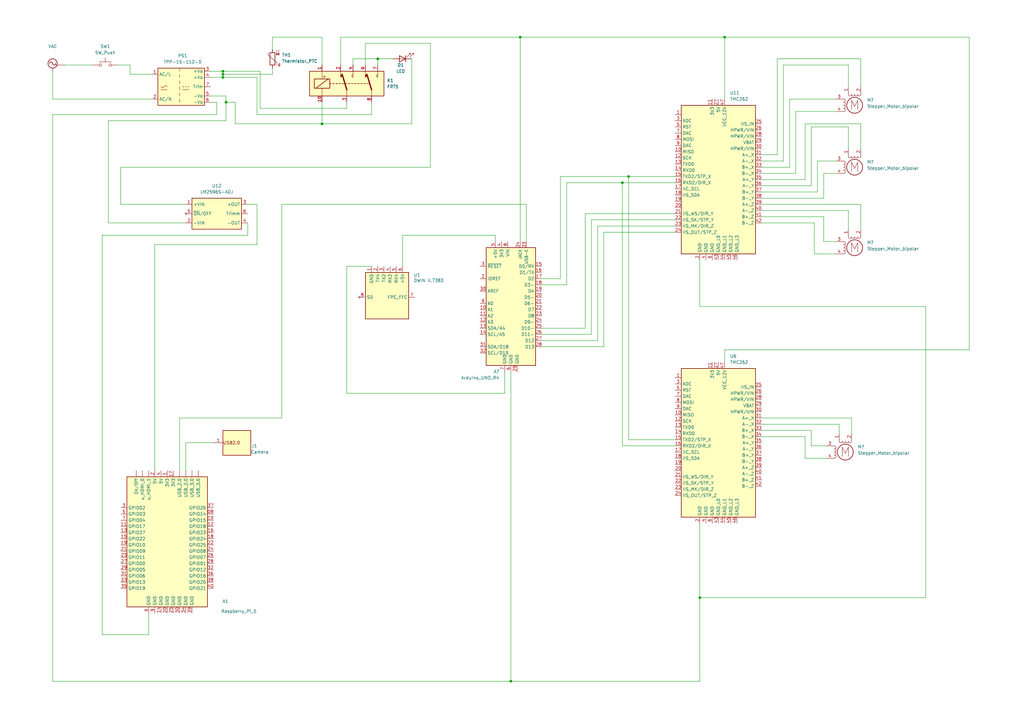
<source format=kicad_sch>
(kicad_sch (version 20231120) (generator "eeschema") (generator_version "8.0")
  (paper "A3")
  (title_block (title "Schema elettrico VertiStock") (date "2024-02-26") (rev "2") (company "Gruppo 02"))
  (lib_symbols
    (symbol "Connector_1:USB_C_Plug_USB2.0" (pin_names (offset 1.016))
      (property "Reference" "P" (at -10.414 19.05 0))
      (property "Value" "USB_C_Plug_USB2.0" (at 12.446 19.05 0))
      (symbol "USB_C_Plug_USB2.0_0_0"
        (rectangle (start -0.254 -5.08) (end 0.254 -4.064))
        (rectangle (start 7.62 4.064) (end 6.604 3.556))
        (rectangle (start 7.62 9.144) (end 6.604 8.636))
        (rectangle (start 7.62 14.224) (end 6.604 13.716))
      )
      (symbol "USB_C_Plug_USB2.0_0_1"
        (rectangle (start -7.62 16.51) (end 7.62 -5.08) (stroke (width 0.254)) (fill (type background)))
      )
      (symbol "USB_C_Plug_USB2.0_1_1"
        (pin passive line (at 0 -10.16 90) (length 5.08) (name "GND") (number "A1"))
        (pin passive line (at 12.7 13.97 180) (length 5.08) (name "VBUS") (number "A4"))
        (pin bidirectional line (at 12.7 3.81 180) (length 5.08) (name "D+") (number "A6"))
        (pin bidirectional line (at 12.7 8.89 180) (length 5.08) (name "D-") (number "A7"))
      )
    )
    (symbol "Connector_Generic:Conn_01x01" (pin_names (offset 1.016) hide)
      (property "Reference" "J1" (at 4.064 1.27 0))
      (property "Value" "Camera " (at 3.81 -1.27 0))
      (symbol "Conn_01x01_1_1"
        (rectangle (start -7.62 7.62) (end 3.81 -2.54) (stroke (width 0.254)) (fill (type background)))
        (text "USB2.0" (at -4.064 2.54 0) (effects (font (size 1.27 1.27))))
        (pin bidirectional line (at -11.43 2.54 0) (length 3.81) (name "USB2.0") (number "1"))
      )
    )
    (symbol "Converter_ACDC:TPP-15-112-D"
      (property "Reference" "PS1" (at 1.27 12.7 0))
      (property "Value" "TPP-15-112-D" (at 1.27 10.16 0))
      (symbol "TPP-15-112-D_0_1"
        (rectangle (start -8.89 7.62) (end 10.16 -7.62) (stroke (width 0.254)) (fill (type background)))
        (arc (start -7.62 0) (mid -6.985 -0.3855) (end -6.35 0))
        (arc (start -5.08 0) (mid -5.715 0.3722) (end -6.35 0))
        (polyline (pts (xy -7.62 -1.27) (xy -5.08 -1.27)))
        (polyline (pts (xy 1.27 -1.27) (xy 3.81 -1.27)))
        (polyline (pts (xy 1.27 0) (xy 1.778 0)))
        (polyline (pts (xy 2.286 0) (xy 2.794 0)))
        (polyline (pts (xy 3.302 0) (xy 3.81 0)))
      )
      (symbol "TPP-15-112-D_1_1"
        (polyline (pts (xy 0 -5.08) (xy 0 -6.35)))
        (polyline (pts (xy 0 -2.54) (xy 0 -3.81)))
        (polyline (pts (xy 0 0) (xy 0 -1.27)))
        (polyline (pts (xy 0 2.54) (xy 0 1.27)))
        (polyline (pts (xy 0 5.08) (xy 0 3.81)))
        (polyline (pts (xy 0 7.62) (xy 0 6.35)))
        (pin power_in line (at -11.43 5.08 0) (length 2.54) (name "AC/L") (number "1"))
        (pin power_in line (at -11.43 -5.08 0) (length 2.54) (name "AC/N") (number "2"))
        (pin output line (at 12.7 6.35 180) (length 2.54) (name "+Vo") (number "3"))
        (pin output line (at 12.7 3.81 180) (length 2.54) (name "+Vo") (number "4"))
        (pin output line (at 12.7 -3.81 180) (length 2.54) (name "-Vo") (number "5"))
        (pin output line (at 12.7 -6.35 180) (length 2.54) (name "-Vo") (number "6"))
        (pin passive line (at 12.7 0 180) (length 2.54) (name "Trim") (number "7"))
      )
    )
    (symbol "Device:LED" (pin_numbers hide) (pin_names (offset 1.016) hide)
      (property "Reference" "D1" (at 0.762 2.54 0))
      (property "Value" "LED" (at 0.762 5.08 0))
      (symbol "LED_0_1"
        (polyline (pts (xy -1.27 -1.27) (xy -1.27 1.27)) (stroke (width 0.254)))
        (polyline (pts (xy -1.27 0) (xy 1.27 0)))
        (polyline (pts (xy 1.27 -1.27) (xy 1.27 1.27) (xy -1.27 0) (xy 1.27 -1.27)) (stroke (width 0.254)))
        (polyline (pts (xy -3.048 -0.762) (xy -4.572 -2.286) (xy -3.81 -2.286) (xy -4.572 -2.286) (xy -4.572 -1.524)))
        (polyline (pts (xy -1.778 -0.762) (xy -3.302 -2.286) (xy -2.54 -2.286) (xy -3.302 -2.286) (xy -3.302 -1.524)))
      )
      (symbol "LED_1_1"
        (pin passive line (at -3.81 0 0) (length 2.54) (name "K") (number "1"))
        (pin passive line (at 3.81 0 180) (length 2.54) (name "A") (number "2"))
      )
    )
    (symbol "Device:Thermistor_PTC" (pin_numbers hide) (pin_names (offset 0))
      (property "Reference" "TH" (at -4.064 0 90))
      (property "Value" "Thermistor_PTC" (at 3.048 0 90))
      (symbol "Thermistor_PTC_0_1"
        (arc (start -3.048 2.159) (mid -3.0495 2.3143) (end -3.175 2.413))
        (arc (start -3.048 2.159) (mid -2.9736 1.9794) (end -2.794 1.905))
        (arc (start -3.048 2.794) (mid -2.9736 2.6144) (end -2.794 2.54))
        (arc (start -2.794 1.905) (mid -2.6144 1.9794) (end -2.54 2.159))
        (arc (start -2.794 2.54) (mid -2.4393 2.5587) (end -2.159 2.794))
        (arc (start -2.794 3.048) (mid -2.9736 2.9736) (end -3.048 2.794))
        (arc (start -2.54 2.794) (mid -2.6144 2.9736) (end -2.794 3.048))
        (rectangle (start -1.016 2.54) (end 1.016 -2.54) (stroke (width 0.254)))
        (polyline (pts (xy -2.54 2.159) (xy -2.54 2.794)))
        (polyline (pts (xy -1.778 2.54) (xy -1.778 1.524) (xy 1.778 -1.524) (xy 1.778 -2.54)))
        (polyline (pts (xy -2.54 -3.683) (xy -2.54 -1.397) (xy -2.794 -2.159) (xy -2.286 -2.159) (xy -2.54 -1.397) (xy -2.54 -1.651)) (fill (type outline)))
        (polyline (pts (xy -1.778 -3.683) (xy -1.778 -1.397) (xy -2.032 -2.159) (xy -1.524 -2.159) (xy -1.778 -1.397) (xy -1.778 -1.651)) (fill (type outline)))
      )
      (symbol "Thermistor_PTC_1_1"
        (pin passive line (at 0 3.81 270) (length 1.27) (name "~") (number "1"))
        (pin passive line (at 0 -3.81 90) (length 1.27) (name "~") (number "2"))
      )
    )
    (symbol "Display_Character:LCD-016N002L"
      (property "Reference" "U1" (at 10.922 16.764 0))
      (property "Value" "DWIN V.7383" (at 10.922 14.478 0))
      (symbol "LCD-016N002L_1_1"
        (rectangle (start -8.89 17.78) (end 8.89 -1.27) (stroke (width 0.254)) (fill (type background)))
        (pin output line (at -6.35 20.32 270) (length 2.54) (name "GND") (number "1"))
        (pin input line (at -3.81 20.32 270) (length 2.54) (name "TX4") (number "2"))
        (pin input line (at -1.27 20.32 270) (length 2.54) (name "TX2") (number "3"))
        (pin input line (at 1.27 20.32 270) (length 2.54) (name "RX2") (number "4"))
        (pin input line (at 3.81 20.32 270) (length 2.54) (name "RX4") (number "5"))
        (pin input line (at 6.35 20.32 270) (length 2.54) (name "+5V") (number "6"))
        (pin input line (at 11.43 7.62 180) (length 2.54) (name "FPC_FFC") (number "7"))
        (pin no_connect line (at -11.43 7.62 0) (length 2.54) (name "SD") (number "8"))
      )
    )
    (symbol "MCU_Module:Arduino_UNO_R4"
      (property "Reference" "A?" (at 4.7341 -27.94 0))
      (property "Value" "Arduino_UNO_R4" (at 4.7341 -30.48 0))
      (symbol "Arduino_UNO_R4_0_1"
        (rectangle (start -10.16 22.86) (end 10.16 -25.4) (stroke (width 0.254)) (fill (type background)))
      )
      (symbol "Arduino_UNO_R4_1_1"
        (pin no_connect line (at -10.16 -20.32 0) (length 2.54) hide (name "NC") (number "1"))
        (pin bidirectional line (at 12.7 -2.54 180) (length 2.54) (name "A1") (number "10"))
        (pin bidirectional line (at 12.7 -5.08 180) (length 2.54) (name "A2") (number "11"))
        (pin bidirectional line (at 12.7 -7.62 180) (length 2.54) (name "A3") (number "12"))
        (pin bidirectional line (at 12.7 -10.16 180) (length 2.54) (name "SDA/A4") (number "13"))
        (pin bidirectional line (at 12.7 -12.7 180) (length 2.54) (name "SCL/A5") (number "14"))
        (pin bidirectional line (at -12.7 15.24 0) (length 2.54) (name "D0/RX") (number "15"))
        (pin bidirectional line (at -12.7 12.7 0) (length 2.54) (name "D1/TX") (number "16"))
        (pin bidirectional line (at -12.7 10.16 0) (length 2.54) (name "D2") (number "17"))
        (pin bidirectional line (at -12.7 7.62 0) (length 2.54) (name "D3-") (number "18"))
        (pin bidirectional line (at -12.7 5.08 0) (length 2.54) (name "D4") (number "19"))
        (pin output line (at 12.7 10.16 180) (length 2.54) (name "IOREF") (number "2"))
        (pin bidirectional line (at -12.7 2.54 0) (length 2.54) (name "D5-") (number "20"))
        (pin bidirectional line (at -12.7 0 0) (length 2.54) (name "D6-") (number "21"))
        (pin bidirectional line (at -12.7 -2.54 0) (length 2.54) (name "D7") (number "22"))
        (pin bidirectional line (at -12.7 -5.08 0) (length 2.54) (name "D8") (number "23"))
        (pin bidirectional line (at -12.7 -7.62 0) (length 2.54) (name "D9-") (number "24"))
        (pin bidirectional line (at -12.7 -10.16 0) (length 2.54) (name "D10-") (number "25"))
        (pin bidirectional line (at -12.7 -12.7 0) (length 2.54) (name "D11-") (number "26"))
        (pin bidirectional line (at -12.7 -15.24 0) (length 2.54) (name "D12") (number "27"))
        (pin bidirectional line (at -12.7 -17.78 0) (length 2.54) (name "D13") (number "28"))
        (pin power_in line (at -2.54 -27.94 90) (length 2.54) (name "GND") (number "29"))
        (pin input line (at 12.7 15.24 180) (length 2.54) (name "~{RESET}") (number "3"))
        (pin input line (at 12.7 5.08 180) (length 2.54) (name "AREF") (number "30"))
        (pin bidirectional line (at 12.7 -17.78 180) (length 2.54) (name "SDA/D18") (number "31"))
        (pin bidirectional line (at 12.7 -20.32 180) (length 2.54) (name "SCL/D19") (number "32"))
        (pin bidirectional line (at -6.35 25.4 270) (length 2.54) (name "USB-C") (number "33"))
        (pin input line (at -3.81 25.4 270) (length 2.54) (name "JACK") (number "34"))
        (pin power_out line (at 3.81 25.4 270) (length 2.54) (name "3V3") (number "4"))
        (pin power_out line (at 6.35 25.4 270) (length 2.54) (name "+5V") (number "5"))
        (pin power_in line (at 0 -27.94 90) (length 2.54) (name "GND") (number "6"))
        (pin power_in line (at 2.54 -27.94 90) (length 2.54) (name "GND") (number "7"))
        (pin power_in line (at 1.27 25.4 270) (length 2.54) (name "VIN") (number "8"))
        (pin bidirectional line (at 12.7 0 180) (length 2.54) (name "A0") (number "9"))
      )
    )
    (symbol "MCU_Module_2:Adafruit_Feather_M0_Express"
      (property "Reference" "A1" (at 22.606 -23.114 0))
      (property "Value" "Raspberry_Pi_5 " (at 22.098 -27.178 0))
      (symbol "Adafruit_Feather_M0_Express_0_1"
        (rectangle (start -16.51 27.94) (end 16.51 -25.4) (stroke (width 0.254)) (fill (type background)))
      )
      (symbol "Adafruit_Feather_M0_Express_1_1"
        (pin passive line (at -12.7 30.48 270) (length 2.54) (name "On/Off") (number ""))
        (pin bidirectional line (at 5.08 30.48 270) (length 2.54) (name "USB_2.0") (number ""))
        (pin bidirectional line (at 7.62 30.48 270) (length 2.54) (name "USB_2.0") (number ""))
        (pin bidirectional line (at 10.16 30.48 270) (length 2.54) (name "USB_3.0") (number ""))
        (pin bidirectional line (at 12.7 30.48 270) (length 2.54) (name "USB_3.0") (number ""))
        (pin bidirectional line (at -10.16 30.48 270) (length 2.54) (name "u_HDMI_0") (number ""))
        (pin bidirectional line (at -7.62 30.48 270) (length 2.54) (name "u_HDMI_1") (number ""))
        (pin bidirectional line (at 19.05 12.7 180) (length 2.54) (name "GPIO14") (number "08"))
        (pin output line (at 0 30.48 270) (length 2.54) (name "3V3") (number "1"))
        (pin bidirectional line (at 19.05 10.16 180) (length 2.54) (name "GPIO15") (number "10"))
        (pin bidirectional line (at -19.05 7.62 0) (length 2.54) (name "GPIO17") (number "11"))
        (pin bidirectional line (at 19.05 7.62 180) (length 2.54) (name "GPIO18") (number "12"))
        (pin bidirectional line (at -19.05 5.08 0) (length 2.54) (name "GPIO27") (number "13"))
        (pin output line (at -2.54 -27.94 90) (length 2.54) (name "GND") (number "14"))
        (pin bidirectional line (at -19.05 2.54 0) (length 2.54) (name "GPIO22") (number "15"))
        (pin bidirectional line (at 19.05 5.08 180) (length 2.54) (name "GPIO23") (number "16"))
        (pin output line (at 2.54 30.48 270) (length 2.54) (name "3V3") (number "17"))
        (pin bidirectional line (at 19.05 2.54 180) (length 2.54) (name "GPIO24") (number "18"))
        (pin bidirectional line (at -19.05 0 0) (length 2.54) (name "GPIO10") (number "19"))
        (pin output line (at -5.08 30.48 270) (length 2.54) (name "5V") (number "2"))
        (pin output line (at 0 -27.94 90) (length 2.54) (name "GND") (number "20"))
        (pin bidirectional line (at -19.05 -2.54 0) (length 2.54) (name "GPIO09") (number "21"))
        (pin bidirectional line (at 19.05 0 180) (length 2.54) (name "GPIO25") (number "22"))
        (pin bidirectional line (at -19.05 -5.08 0) (length 2.54) (name "GPIO11") (number "23"))
        (pin bidirectional line (at 19.05 -2.54 180) (length 2.54) (name "GPIO08") (number "24"))
        (pin output line (at 2.54 -27.94 90) (length 2.54) (name "GND") (number "25"))
        (pin bidirectional line (at 19.05 -5.08 180) (length 2.54) (name "GPIO07") (number "26"))
        (pin bidirectional line (at -19.05 -7.62 0) (length 2.54) (name "GPIO00") (number "27"))
        (pin bidirectional line (at 19.05 -7.62 180) (length 2.54) (name "GPIO01") (number "28"))
        (pin bidirectional line (at -19.05 -10.16 0) (length 2.54) (name "GPIO05") (number "29"))
        (pin bidirectional line (at -19.05 15.24 0) (length 2.54) (name "GPIO02") (number "3"))
        (pin output line (at 5.08 -27.94 90) (length 2.54) (name "GND") (number "30"))
        (pin bidirectional line (at -19.05 -12.7 0) (length 2.54) (name "GPIO06") (number "31"))
        (pin bidirectional line (at 19.05 -10.16 180) (length 2.54) (name "GPIO12") (number "32"))
        (pin bidirectional line (at -19.05 -15.24 0) (length 2.54) (name "GPIO13") (number "33"))
        (pin output line (at 7.62 -27.94 90) (length 2.54) (name "GND") (number "34"))
        (pin bidirectional line (at -19.05 -17.78 0) (length 2.54) (name "GPIO19") (number "35"))
        (pin bidirectional line (at 19.05 -12.7 180) (length 2.54) (name "GPIO16") (number "36"))
        (pin bidirectional line (at 19.05 15.24 180) (length 2.54) (name "GPIO26") (number "37"))
        (pin bidirectional line (at 19.05 -15.24 180) (length 2.54) (name "GPIO20") (number "38"))
        (pin output line (at 10.16 -27.94 90) (length 2.54) (name "GND") (number "39"))
        (pin output line (at -2.54 30.48 270) (length 2.54) (name "5V") (number "4"))
        (pin bidirectional line (at 19.05 -17.78 180) (length 2.54) (name "GPIO21") (number "40"))
        (pin bidirectional line (at -19.05 12.7 0) (length 2.54) (name "GPIO03") (number "5"))
        (pin output line (at -7.62 -27.94 90) (length 2.54) (name "GND") (number "6"))
        (pin bidirectional line (at -19.05 10.16 0) (length 2.54) (name "GPIO04") (number "7"))
        (pin output line (at -5.08 -27.94 90) (length 2.54) (name "GND") (number "9"))
      )
    )
    (symbol "Motor:Stepper_Motor_bipolar" (pin_names (offset 0) hide)
      (property "Reference" "M" (at 3.81 2.54 0))
      (property "Value" "Stepper_Motor_bipolar" (at 3.81 1.27 0))
      (symbol "Stepper_Motor_bipolar_0_0"
        (polyline (pts (xy -1.27 -1.778) (xy -1.27 2.032) (xy 0 -0.508) (xy 1.27 2.032) (xy 1.27 -1.778)))
      )
      (symbol "Stepper_Motor_bipolar_0_1"
        (arc (start -4.445 -2.54) (mid -3.8127 -1.905) (end -4.445 -1.27))
        (arc (start -4.445 -1.27) (mid -3.8127 -0.635) (end -4.445 0))
        (arc (start -4.445 0) (mid -3.8127 0.635) (end -4.445 1.27))
        (arc (start -4.445 1.27) (mid -3.8127 1.905) (end -4.445 2.54))
        (arc (start -2.54 4.445) (mid -1.905 3.8127) (end -1.27 4.445))
        (arc (start -1.27 4.445) (mid -0.635 3.8127) (end 0 4.445))
        (polyline (pts (xy -5.08 -2.54) (xy -4.445 -2.54)))
        (polyline (pts (xy -5.08 2.54) (xy -4.445 2.54)))
        (polyline (pts (xy -2.54 5.08) (xy -2.54 4.445)))
        (polyline (pts (xy 2.54 5.08) (xy 2.54 4.445)))
        (circle (center 0 0) (radius 3.2512) (stroke (width 0.254)))
        (arc (start 0 4.445) (mid 0.635 3.8127) (end 1.27 4.445))
        (arc (start 1.27 4.445) (mid 1.905 3.8127) (end 2.54 4.445))
      )
      (symbol "Stepper_Motor_bipolar_1_1"
        (pin passive line (at -2.54 7.62 270) (length 2.54) (name "~") (number "1"))
        (pin passive line (at 2.54 7.62 270) (length 2.54) (name "-") (number "2"))
        (pin passive line (at -7.62 2.54 0) (length 2.54) (name "~") (number "3"))
        (pin passive line (at -7.62 -2.54 0) (length 2.54) (name "~") (number "4"))
      )
    )
    (symbol "Regulator_Switching:LM2596S-ADJ"
      (property "Reference" "U12" (at 0 10.16 0))
      (property "Value" "LM2596S-ADJ" (at 0 7.62 0))
      (symbol "LM2596S-ADJ_0_1"
        (rectangle (start -10.16 5.08) (end 10.16 -7.62) (stroke (width 0.254)) (fill (type background)))
      )
      (symbol "LM2596S-ADJ_1_1"
        (pin input line (at -12.7 2.54 0) (length 2.54) (name "+VIN") (number "1"))
        (pin input line (at -12.7 -5.08 0) (length 2.54) (name "-VIN") (number "2"))
        (pin output line (at 12.7 2.54 180) (length 2.54) (name "+OUT") (number "3"))
        (pin output line (at 12.7 -5.08 180) (length 2.54) (name "-OUT") (number "4"))
        (pin no_connect line (at -12.7 -1.27 0) (length 2.54) (name "~{ON}/OFF") (number "5"))
        (pin input line (at 12.7 -1.27 180) (length 2.54) (name "Trimm") (number "6"))
      )
    )
    (symbol "Relay:FRT5"
      (property "Reference" "K" (at 16.51 3.81 0))
      (property "Value" "FRT5" (at 16.51 1.27 0))
      (symbol "FRT5_0_0"
        (text "+" (at -9.271 2.921 0) (effects (font (size 1.27 1.27))))
      )
      (symbol "FRT5_0_1"
        (rectangle (start -15.24 5.08) (end 15.24 -5.08) (stroke (width 0.254)) (fill (type background)))
        (rectangle (start -13.335 1.905) (end -6.985 -1.905) (stroke (width 0.254)))
        (polyline (pts (xy -12.7 -1.905) (xy -7.62 1.905)) (stroke (width 0.254)))
        (polyline (pts (xy -10.16 -5.08) (xy -10.16 -1.905)))
        (polyline (pts (xy -10.16 5.08) (xy -10.16 1.905)))
        (polyline (pts (xy -6.985 0) (xy -6.35 0)) (stroke (width 0.254)))
        (polyline (pts (xy -5.715 0) (xy -5.08 0)) (stroke (width 0.254)))
        (polyline (pts (xy -4.445 0) (xy -3.81 0)) (stroke (width 0.254)))
        (polyline (pts (xy -3.175 0) (xy -2.54 0)) (stroke (width 0.254)))
        (polyline (pts (xy -1.905 0) (xy -1.27 0)) (stroke (width 0.254)))
        (polyline (pts (xy -0.635 0) (xy 0 0)) (stroke (width 0.254)))
        (polyline (pts (xy 0 -2.54) (xy -1.905 3.81)) (stroke (width 0.508)))
        (polyline (pts (xy 0 -2.54) (xy 0 -5.08)))
        (polyline (pts (xy 0.635 0) (xy 1.27 0)) (stroke (width 0.254)))
        (polyline (pts (xy 1.905 0) (xy 2.54 0)) (stroke (width 0.254)))
        (polyline (pts (xy 3.175 0) (xy 3.81 0)) (stroke (width 0.254)))
        (polyline (pts (xy 4.445 0) (xy 5.08 0)) (stroke (width 0.254)))
        (polyline (pts (xy 5.715 0) (xy 6.35 0)) (stroke (width 0.254)))
        (polyline (pts (xy 6.985 0) (xy 7.62 0)) (stroke (width 0.254)))
        (polyline (pts (xy 8.255 0) (xy 8.89 0)) (stroke (width 0.254)))
        (polyline (pts (xy 10.16 -2.54) (xy 8.255 3.81)) (stroke (width 0.508)))
        (polyline (pts (xy 10.16 -2.54) (xy 10.16 -5.08)))
        (polyline (pts (xy -2.54 5.08) (xy -2.54 2.54) (xy -1.905 3.175) (xy -2.54 3.81)) (fill (type outline)))
        (polyline (pts (xy 2.54 5.08) (xy 2.54 2.54) (xy 1.905 3.175) (xy 2.54 3.81)))
        (polyline (pts (xy 7.62 5.08) (xy 7.62 2.54) (xy 8.255 3.175) (xy 7.62 3.81)) (fill (type outline)))
        (polyline (pts (xy 12.7 5.08) (xy 12.7 2.54) (xy 12.065 3.175) (xy 12.7 3.81)))
      )
      (symbol "FRT5_1_1"
        (pin passive line (at -10.16 7.62 270) (length 2.54) (name "~") (number "1"))
        (pin passive line (at -10.16 -7.62 90) (length 2.54) (name "~") (number "10"))
        (pin passive line (at -2.54 7.62 270) (length 2.54) (name "~") (number "2"))
        (pin passive line (at 0 -7.62 90) (length 2.54) (name "~") (number "3"))
        (pin passive line (at 2.54 7.62 270) (length 2.54) (name "~") (number "4"))
        (pin passive line (at 12.7 7.62 270) (length 2.54) (name "~") (number "7"))
        (pin passive line (at 10.16 -7.62 90) (length 2.54) (name "~") (number "8"))
        (pin passive line (at 7.62 7.62 270) (length 2.54) (name "~") (number "9"))
      )
    )
    (symbol "Switch:SW_Push" (pin_numbers hide) (pin_names (offset 1.016) hide)
      (property "Reference" "SW" (at 1.27 2.54 0))
      (property "Value" "SW_Push" (at 0 -1.524 0))
      (symbol "SW_Push_0_1"
        (circle (center -2.032 0) (radius 0.508))
        (polyline (pts (xy 0 1.27) (xy 0 3.048)))
        (polyline (pts (xy 2.54 1.27) (xy -2.54 1.27)))
        (circle (center 2.032 0) (radius 0.508))
        (pin passive line (at -5.08 0 0) (length 2.54) (name "1") (number "1"))
        (pin passive line (at 5.08 0 180) (length 2.54) (name "2") (number "2"))
      )
    )
    (symbol "TMC262_1"
      (property "Reference" "U11" (at 4.7341 35.56 0))
      (property "Value" "TMC262" (at 4.7341 33.02 0))
      (symbol "TMC262_1_0_1"
        (rectangle (start -15.24 30.48) (end 15.24 -30.48) (stroke (width 0.254)) (fill (type background)))
      )
      (symbol "TMC262_1_1_1"
        (pin input line (at -17.78 26.67 0) (length 2.54) (name "") (number "1"))
        (pin input line (at -17.78 11.43 0) (length 2.54) (name "MISO") (number "10"))
        (pin input line (at -2.54 33.02 270) (length 2.54) (name "3V3") (number "11"))
        (pin input line (at -17.78 8.89 0) (length 2.54) (name "SCK") (number "12"))
        (pin input line (at -17.78 6.35 0) (length 2.54) (name "TXD0") (number "13"))
        (pin input line (at -17.78 3.81 0) (length 2.54) (name "RXD0") (number "14"))
        (pin input line (at -17.78 1.27 0) (length 2.54) (name "TXD2/STP_X") (number "15"))
        (pin input line (at -17.78 -1.27 0) (length 2.54) (name "RXD2/DIR_X") (number "16"))
        (pin input line (at -17.78 -3.81 0) (length 2.54) (name "IIC_SCL") (number "17"))
        (pin input line (at -17.78 -6.35 0) (length 2.54) (name "IIS_SDA") (number "18"))
        (pin input line (at -17.78 -8.89 0) (length 2.54) (name "") (number "19"))
        (pin bidirectional line (at -7.62 -33.02 90) (length 2.54) (name "GND") (number "2"))
        (pin input line (at -17.78 -11.43 0) (length 2.54) (name "") (number "20"))
        (pin input line (at -17.78 -13.97 0) (length 2.54) (name "IIS_WS/DIR_Y") (number "21"))
        (pin input line (at -17.78 -16.51 0) (length 2.54) (name "IIS_SK/STP_Y") (number "22"))
        (pin output line (at -17.78 -19.05 0) (length 2.54) (name "IIS_MK/DIR_Z") (number "23"))
        (pin input line (at -17.78 -21.59 0) (length 2.54) (name "IIS_OUT/STP_Z") (number "24"))
        (pin input line (at 17.78 22.86 180) (length 2.54) (name "IIS_IN") (number "25"))
        (pin input line (at 17.78 20.32 180) (length 2.54) (name "HPWR/VIN") (number "26"))
        (pin input line (at 0 33.02 270) (length 2.54) (name "5V") (number "27"))
        (pin input line (at 17.78 17.78 180) (length 2.54) (name "HPWR/VIN") (number "28"))
        (pin input line (at 17.78 15.24 180) (length 2.54) (name "VBAT") (number "29"))
        (pin input line (at -17.78 24.13 0) (length 2.54) (name "ADC") (number "3"))
        (pin input line (at 17.78 12.7 180) (length 2.54) (name "HPWR/VIN") (number "30"))
        (pin output line (at 17.78 10.16 180) (length 2.54) (name "A+_X") (number "31"))
        (pin output line (at 17.78 7.62 180) (length 2.54) (name "A-_X") (number "32"))
        (pin output line (at 17.78 5.08 180) (length 2.54) (name "B+_X") (number "33"))
        (pin output line (at 17.78 2.54 180) (length 2.54) (name "B-_X") (number "34"))
        (pin output line (at 17.78 0 180) (length 2.54) (name "A+_Y") (number "35"))
        (pin output line (at 17.78 -2.54 180) (length 2.54) (name "A-_Y") (number "36"))
        (pin output line (at 17.78 -5.08 180) (length 2.54) (name "B+_Y") (number "37"))
        (pin output line (at 17.78 -7.62 180) (length 2.54) (name "B-_Y") (number "38"))
        (pin output line (at 17.78 -10.16 180) (length 2.54) (name "A+_Z") (number "39"))
        (pin bidirectional line (at -5.08 -33.02 90) (length 2.54) (name "GND") (number "4"))
        (pin output line (at 17.78 -12.7 180) (length 2.54) (name "A-_Z") (number "40"))
        (pin output line (at 17.78 -15.24 180) (length 2.54) (name "B+_Z") (number "41"))
        (pin output line (at 17.78 -17.78 180) (length 2.54) (name "B-_Z") (number "42"))
        (pin bidirectional line (at 0 -33.02 90) (length 2.54) (name "GND_L0") (number "43"))
        (pin bidirectional line (at 2.54 -33.02 90) (length 2.54) (name "GND_L1") (number "44"))
        (pin bidirectional line (at 5.08 -33.02 90) (length 2.54) (name "GND_L2") (number "45"))
        (pin bidirectional line (at 7.62 -33.02 90) (length 2.54) (name "GND_L3") (number "46"))
        (pin input line (at 2.54 33.02 270) (length 2.54) (name "VCC_12V") (number "47"))
        (pin input line (at -17.78 21.59 0) (length 2.54) (name "RST") (number "5"))
        (pin bidirectional line (at -2.54 -33.02 90) (length 2.54) (name "GND") (number "6"))
        (pin input line (at -17.78 19.05 0) (length 2.54) (name "DAC") (number "7"))
        (pin input line (at -17.78 16.51 0) (length 2.54) (name "MOSI") (number "8"))
        (pin input line (at -17.78 13.97 0) (length 2.54) (name "DAC") (number "9"))
      )
    )
    (symbol "power:VAC" (power) (pin_names (offset 0))
      (property "Value" "VAC" (at 0 7.62 0))
      (symbol "VAC_0_1"
        (polyline (pts (xy 0 -2.54) (xy 0 -1.27)))
        (arc (start 0 0.635) (mid -0.635 1.2673) (end -1.27 0.635) (stroke (width 0.254)))
        (arc (start 0 0.635) (mid 0.635 0.0027) (end 1.27 0.635) (stroke (width 0.254)))
        (circle (center 0 0.635) (radius 1.905) (stroke (width 0.254)))
      )
      (symbol "VAC_1_1"
        (pin bidirectional line (at 5.08 0 180) (length 3.81) (name "") (number ""))
        (pin power_in line (at 0 -2.54 90) (length 0) hide (name "VAC") (number "1"))
      )
    )
  )
  (junction (at 297.18 15.24))
  (junction (at 213.36 15.24))
  (junction (at 132.08 50.8))
  (junction (at 91.44 30.48))
  (junction (at 91.44 29.21))
  (junction (at 255.27 74.93))
  (junction (at 92.71 41.91))
  (junction (at 209.55 279.4))
  (junction (at 154.94 24.13))
  (junction (at 91.44 31.75))
  (junction (at 257.81 72.39))
  (junction (at 287.02 245.11))
  (wire (pts (xy 287.02 279.4) (xy 287.02 245.11)))
  (wire (pts (xy 106.68 44.45) (xy 142.24 44.45)))
  (wire (pts (xy 115.57 171.45) (xy 73.66 171.45)))
  (wire (pts (xy 86.36 39.37) (xy 92.71 39.37)))
  (wire (pts (xy 91.44 31.75) (xy 86.36 31.75)))
  (wire (pts (xy 91.44 30.48) (xy 111.76 30.48)))
  (wire (pts (xy 49.53 68.58) (xy 176.53 68.58)))
  (wire (pts (xy 76.2 181.61) (xy 87.63 181.61)))
  (wire (pts (xy 142.24 44.45) (xy 142.24 41.91)))
  (wire (pts (xy 287.02 106.68) (xy 287.02 125.73)))
  (wire (pts (xy 154.94 24.13) (xy 154.94 26.67)))
  (wire (pts (xy 312.42 71.12) (xy 326.39 71.12)))
  (wire (pts (xy 312.42 68.58) (xy 323.85 68.58)))
  (wire (pts (xy 240.03 87.63) (xy 276.86 87.63)))
  (wire (pts (xy 168.91 24.13) (xy 168.91 50.8)))
  (wire (pts (xy 335.28 78.74) (xy 335.28 66.04)))
  (wire (pts (xy 96.52 50.8) (xy 132.08 50.8)))
  (wire (pts (xy 76.2 193.04) (xy 76.2 181.61)))
  (wire (pts (xy 105.41 100.33) (xy 63.5 100.33)))
  (wire (pts (xy 101.6 91.44) (xy 101.6 96.52)))
  (wire (pts (xy 215.9 99.06) (xy 215.9 83.82)))
  (wire (pts (xy 21.59 40.64) (xy 62.23 40.64)))
  (wire (pts (xy 347.98 86.36) (xy 347.98 93.98)))
  (wire (pts (xy 73.66 171.45) (xy 73.66 193.04)))
  (wire (pts (xy 139.7 15.24) (xy 213.36 15.24)))
  (wire (pts (xy 312.42 73.66) (xy 330.2 73.66)))
  (wire (pts (xy 323.85 68.58) (xy 323.85 40.64)))
  (wire (pts (xy 257.81 180.34) (xy 276.86 180.34)))
  (wire (pts (xy 105.41 83.82) (xy 105.41 100.33)))
  (wire (pts (xy 91.44 30.48) (xy 91.44 31.75)))
  (wire (pts (xy 312.42 91.44) (xy 334.01 91.44)))
  (wire (pts (xy 207.01 161.29) (xy 207.01 152.4)))
  (wire (pts (xy 176.53 17.78) (xy 176.53 68.58)))
  (wire (pts (xy 297.18 15.24) (xy 297.18 40.64)))
  (wire (pts (xy 347.98 52.07) (xy 347.98 60.96)))
  (wire (pts (xy 255.27 74.93) (xy 276.86 74.93)))
  (wire (pts (xy 334.01 91.44) (xy 334.01 104.14)))
  (wire (pts (xy 91.44 29.21) (xy 91.44 30.48)))
  (wire (pts (xy 330.2 50.8) (xy 353.06 50.8)))
  (wire (pts (xy 48.26 26.67) (xy 53.34 26.67)))
  (wire (pts (xy 318.77 63.5) (xy 318.77 24.13)))
  (wire (pts (xy 96.52 41.91) (xy 96.52 50.8)))
  (wire (pts (xy 332.74 52.07) (xy 347.98 52.07)))
  (wire (pts (xy 312.42 63.5) (xy 318.77 63.5)))
  (wire (pts (xy 142.24 109.22) (xy 142.24 161.29)))
  (wire (pts (xy 132.08 50.8) (xy 132.08 41.91)))
  (wire (pts (xy 332.74 176.53) (xy 332.74 182.88)))
  (wire (pts (xy 41.91 96.52) (xy 41.91 260.35)))
  (wire (pts (xy 49.53 83.82) (xy 76.2 83.82)))
  (wire (pts (xy 337.82 88.9) (xy 337.82 99.06)))
  (wire (pts (xy 312.42 176.53) (xy 332.74 176.53)))
  (wire (pts (xy 312.42 179.07) (xy 330.2 179.07)))
  (wire (pts (xy 229.87 114.3) (xy 229.87 72.39)))
  (wire (pts (xy 332.74 76.2) (xy 332.74 52.07)))
  (wire (pts (xy 335.28 66.04) (xy 342.9 66.04)))
  (wire (pts (xy 344.17 173.99) (xy 344.17 177.8)))
  (wire (pts (xy 106.68 29.21) (xy 106.68 44.45)))
  (wire (pts (xy 222.25 139.7) (xy 245.11 139.7)))
  (wire (pts (xy 105.41 46.99) (xy 152.4 46.99)))
  (wire (pts (xy 222.25 116.84) (xy 232.41 116.84)))
  (wire (pts (xy 88.9 41.91) (xy 88.9 46.99)))
  (wire (pts (xy 323.85 40.64) (xy 342.9 40.64)))
  (wire (pts (xy 101.6 83.82) (xy 105.41 83.82)))
  (wire (pts (xy 353.06 50.8) (xy 353.06 60.96)))
  (wire (pts (xy 287.02 245.11) (xy 287.02 214.63)))
  (wire (pts (xy 144.78 26.67) (xy 144.78 24.13)))
  (wire (pts (xy 21.59 29.21) (xy 21.59 40.64)))
  (wire (pts (xy 152.4 46.99) (xy 152.4 41.91)))
  (wire (pts (xy 139.7 15.24) (xy 139.7 26.67)))
  (wire (pts (xy 149.86 26.67) (xy 149.86 17.78)))
  (wire (pts (xy 321.31 26.67) (xy 347.98 26.67)))
  (wire (pts (xy 312.42 86.36) (xy 347.98 86.36)))
  (wire (pts (xy 337.82 81.28) (xy 337.82 71.12)))
  (wire (pts (xy 132.08 15.24) (xy 132.08 26.67)))
  (wire (pts (xy 203.2 96.52) (xy 203.2 99.06)))
  (wire (pts (xy 332.74 182.88) (xy 339.09 182.88)))
  (wire (pts (xy 63.5 100.33) (xy 63.5 193.04)))
  (wire (pts (xy 49.53 68.58) (xy 49.53 83.82)))
  (wire (pts (xy 105.41 31.75) (xy 105.41 46.99)))
  (wire (pts (xy 337.82 99.06) (xy 342.9 99.06)))
  (wire (pts (xy 92.71 39.37) (xy 92.71 41.91)))
  (wire (pts (xy 334.01 104.14) (xy 342.9 104.14)))
  (wire (pts (xy 318.77 24.13) (xy 353.06 24.13)))
  (wire (pts (xy 44.45 49.53) (xy 44.45 91.44)))
  (wire (pts (xy 229.87 72.39) (xy 257.81 72.39)))
  (wire (pts (xy 111.76 15.24) (xy 132.08 15.24)))
  (wire (pts (xy 349.25 171.45) (xy 349.25 177.8)))
  (wire (pts (xy 312.42 66.04) (xy 321.31 66.04)))
  (wire (pts (xy 222.25 114.3) (xy 229.87 114.3)))
  (wire (pts (xy 312.42 78.74) (xy 335.28 78.74)))
  (wire (pts (xy 312.42 83.82) (xy 353.06 83.82)))
  (wire (pts (xy 245.11 139.7) (xy 245.11 92.71)))
  (wire (pts (xy 255.27 74.93) (xy 255.27 182.88)))
  (wire (pts (xy 312.42 76.2) (xy 332.74 76.2)))
  (wire (pts (xy 312.42 81.28) (xy 337.82 81.28)))
  (wire (pts (xy 222.25 137.16) (xy 242.57 137.16)))
  (wire (pts (xy 215.9 83.82) (xy 115.57 83.82)))
  (wire (pts (xy 255.27 182.88) (xy 276.86 182.88)))
  (wire (pts (xy 44.45 91.44) (xy 76.2 91.44)))
  (wire (pts (xy 115.57 83.82) (xy 115.57 171.45)))
  (wire (pts (xy 86.36 41.91) (xy 88.9 41.91)))
  (wire (pts (xy 242.57 137.16) (xy 242.57 90.17)))
  (wire (pts (xy 26.67 26.67) (xy 38.1 26.67)))
  (wire (pts (xy 149.86 17.78) (xy 176.53 17.78)))
  (wire (pts (xy 222.25 142.24) (xy 247.65 142.24)))
  (wire (pts (xy 297.18 15.24) (xy 397.51 15.24)))
  (wire (pts (xy 209.55 279.4) (xy 209.55 152.4)))
  (wire (pts (xy 330.2 73.66) (xy 330.2 50.8)))
  (wire (pts (xy 232.41 116.84) (xy 232.41 74.93)))
  (wire (pts (xy 347.98 26.67) (xy 347.98 35.56)))
  (wire (pts (xy 312.42 171.45) (xy 349.25 171.45)))
  (wire (pts (xy 53.34 26.67) (xy 53.34 30.48)))
  (wire (pts (xy 321.31 66.04) (xy 321.31 26.67)))
  (wire (pts (xy 247.65 142.24) (xy 247.65 95.25)))
  (wire (pts (xy 21.59 46.99) (xy 21.59 279.4)))
  (wire (pts (xy 245.11 92.71) (xy 276.86 92.71)))
  (wire (pts (xy 213.36 15.24) (xy 213.36 99.06)))
  (wire (pts (xy 330.2 179.07) (xy 330.2 187.96)))
  (wire (pts (xy 88.9 46.99) (xy 21.59 46.99)))
  (wire (pts (xy 353.06 83.82) (xy 353.06 93.98)))
  (wire (pts (xy 92.71 41.91) (xy 92.71 49.53)))
  (wire (pts (xy 142.24 161.29) (xy 207.01 161.29)))
  (wire (pts (xy 144.78 24.13) (xy 154.94 24.13)))
  (wire (pts (xy 287.02 125.73) (xy 379.73 125.73)))
  (wire (pts (xy 326.39 71.12) (xy 326.39 45.72)))
  (wire (pts (xy 312.42 173.99) (xy 344.17 173.99)))
  (wire (pts (xy 154.94 24.13) (xy 161.29 24.13)))
  (wire (pts (xy 222.25 134.62) (xy 240.03 134.62)))
  (wire (pts (xy 41.91 260.35) (xy 60.96 260.35)))
  (wire (pts (xy 353.06 24.13) (xy 353.06 35.56)))
  (wire (pts (xy 379.73 245.11) (xy 287.02 245.11)))
  (wire (pts (xy 242.57 90.17) (xy 276.86 90.17)))
  (wire (pts (xy 247.65 95.25) (xy 276.86 95.25)))
  (wire (pts (xy 165.1 109.22) (xy 165.1 96.52)))
  (wire (pts (xy 257.81 72.39) (xy 257.81 180.34)))
  (wire (pts (xy 92.71 41.91) (xy 96.52 41.91)))
  (wire (pts (xy 257.81 72.39) (xy 276.86 72.39)))
  (wire (pts (xy 165.1 96.52) (xy 203.2 96.52)))
  (wire (pts (xy 152.4 109.22) (xy 142.24 109.22)))
  (wire (pts (xy 397.51 143.51) (xy 297.18 143.51)))
  (wire (pts (xy 92.71 49.53) (xy 44.45 49.53)))
  (wire (pts (xy 213.36 15.24) (xy 297.18 15.24)))
  (wire (pts (xy 326.39 45.72) (xy 342.9 45.72)))
  (wire (pts (xy 337.82 71.12) (xy 342.9 71.12)))
  (wire (pts (xy 132.08 50.8) (xy 168.91 50.8)))
  (wire (pts (xy 111.76 27.94) (xy 111.76 30.48)))
  (wire (pts (xy 330.2 187.96) (xy 339.09 187.96)))
  (wire (pts (xy 312.42 88.9) (xy 337.82 88.9)))
  (wire (pts (xy 397.51 15.24) (xy 397.51 143.51)))
  (wire (pts (xy 101.6 96.52) (xy 41.91 96.52)))
  (wire (pts (xy 297.18 143.51) (xy 297.18 148.59)))
  (wire (pts (xy 111.76 20.32) (xy 111.76 15.24)))
  (wire (pts (xy 21.59 279.4) (xy 209.55 279.4)))
  (wire (pts (xy 209.55 279.4) (xy 287.02 279.4)))
  (wire (pts (xy 91.44 29.21) (xy 106.68 29.21)))
  (wire (pts (xy 86.36 29.21) (xy 91.44 29.21)))
  (wire (pts (xy 232.41 74.93) (xy 255.27 74.93)))
  (wire (pts (xy 379.73 125.73) (xy 379.73 245.11)))
  (wire (pts (xy 240.03 134.62) (xy 240.03 87.63)))
  (wire (pts (xy 91.44 31.75) (xy 105.41 31.75)))
  (wire (pts (xy 53.34 30.48) (xy 62.23 30.48)))
  (wire (pts (xy 60.96 251.46) (xy 60.96 260.35)))
  (rectangle (start 501.65 0) (end 544.83 34.29))
  (rectangle (start 351.79 -203.2) (end 417.83 -97.79))
  (rectangle (start 494.03 55.88) (end 571.5 154.94))
  (rectangle (start 466.09 -118.11) (end 568.96 -24.13))
  (rectangle (start 471.17 175.26) (end 584.2 374.65))
  (text_box "Arduino r4" (at 392.43 -201.93 0) (size 24.13 8.89) (effects (font (size 2.54 2.54)) (justify left top)))
  (text_box "Alimentatore " (at 502.92 1.27 0) (size 40.64 8.89) (effects (font (size 2.54 2.54)) (justify left top)))
  (text_box "Motori passo-passo" (at 495.3 57.15 0) (size 73.66 8.89) (effects (font (size 2.54 2.54)) (justify left top)))
  (text_box "Driver " (at 521.97 -116.84 0) (size 44.45 24.13) (effects (font (size 3.81 3.81)) (justify left top)))
  (text_box "Convertitore " (at 476.25 180.34 0) (size 93.98 7.62) (effects (font (size 2.54 2.54)) (justify left top)))
  (symbol (lib_name "TMC262_1") (lib_id "Driver_Motor:TMC262") (at 294.64 181.61 0) (unit 1)
    (property "Reference" "U6" (at 299.3741 146.05 0) (effects (justify left)))
    (property "Value" "TMC262" (at 299.3741 148.59 0) (effects (justify left)))
    (property "Footprint" "Package_DFN_QFN:QFN-32-1EP_5x5mm_P0.5mm_EP3.45x3.45mm" (effects (hide yes)))
    (property "Datasheet" "https://www.trinamic.com/fileadmin/assets/Products/ICs_Documents/TMC262_Datasheet.pdf" (effects (hide yes)))
    (property "Description" "Driver for two-phase stepper motors with external mosfet" (effects (hide yes)))
  )
  (symbol (lib_id "Motor:Stepper_Motor_bipolar") (at 350.52 101.6 0) (unit 1)
    (property "Reference" "M?" (at 355.6 99.479 0) (effects (justify left)))
    (property "Value" "Stepper_Motor_bipolar" (at 355.6 102.019 0) (effects (justify left)))
    (property "Datasheet" "http://www.infineon.com/dgdl/Application-Note-TLE8110EE_driving_UniPolarStepperMotor_V1.1.pdf?fileId=db3a30431be39b97011be5d0aa0a00b0" (effects (hide yes)))
    (property "Description" "4-wire bipolar stepper motor" (effects (hide yes)))
  )
  (symbol (lib_id "Device:Thermistor_PTC") (at 111.76 24.13 180) (unit 1)
    (property "Reference" "TH1" (at 115.57 22.5424 0) (effects (justify right)))
    (property "Value" "Thermistor_PTC" (at 115.57 25.0824 0) (effects (justify right)))
    (property "Description" "Temperature dependent resistor, positive temperature coefficient" (effects (hide yes)))
  )
  (symbol (lib_id "Motor:Stepper_Motor_bipolar") (at 350.52 68.58 0) (unit 1)
    (property "Reference" "M?" (at 355.6 66.459 0) (effects (justify left)))
    (property "Value" "Stepper_Motor_bipolar" (at 355.6 68.999 0) (effects (justify left)))
    (property "Datasheet" "http://www.infineon.com/dgdl/Application-Note-TLE8110EE_driving_UniPolarStepperMotor_V1.1.pdf?fileId=db3a30431be39b97011be5d0aa0a00b0" (effects (hide yes)))
    (property "Description" "4-wire bipolar stepper motor" (effects (hide yes)))
  )
  (symbol (lib_id "Motor:Stepper_Motor_bipolar") (at 528.32 143.51 0) (unit 1)
    (property "Reference" "M1" (at 533.4 141.389 0) (effects (justify left)))
    (property "Value" "Stepper_Motor_bipolar" (at 533.4 143.929 0) (effects (justify left)))
    (property "Datasheet" "http://www.infineon.com/dgdl/Application-Note-TLE8110EE_driving_UniPolarStepperMotor_V1.1.pdf?fileId=db3a30431be39b97011be5d0aa0a00b0" (effects (hide yes)))
    (property "Description" "4-wire bipolar stepper motor" (effects (hide yes)))
  )
  (symbol (lib_id "Connector_Generic:Conn_01x01") (at 99.06 184.15 0) (unit 1)
    (property "Reference" "J1" (at 103.124 182.88 0) (effects (justify left)))
    (property "Value" "Camera " (at 102.87 185.42 0) (effects (justify left)))
    (property "Description" "Generic connector, single row, 01x01, script generated (kicad-library-utils/schlib/autogen/connector/)" (effects (hide yes)))
  )
  (symbol (lib_id "Display_Character:LCD-016N002L") (at 158.75 129.54 0) (unit 1)
    (property "Reference" "U1" (at 169.672 112.776 0) (effects (justify left)))
    (property "Value" "DWIN V.7383" (at 169.672 115.062 0) (effects (justify left)))
    (property "Footprint" "Display:LCD-016N002L" (effects (hide yes)))
    (property "Datasheet" "http://www.vishay.com/docs/37299/37299.pdf" (effects (hide yes)))
    (property "Description" "LCD 12x2, 8 bit parallel bus, 3V or 5V VDD" (effects (hide yes)))
  )
  (symbol (lib_id "MCU_Module:Arduino_UNO_R4") (at 209.55 124.46 0) (mirror y) (unit 1)
    (property "Reference" "A?" (at 204.8159 152.4 0) (effects (justify left)))
    (property "Value" "Arduino_UNO_R4" (at 204.8159 154.94 0) (effects (justify left)))
    (property "Footprint" "Module:Arduino_UNO_R3" (effects (hide yes)))
    (property "Datasheet" "https://www.arduino.cc/en/Main/arduinoBoardUno" (effects (hide yes)))
    (property "Description" "Arduino UNO Microcontroller Module, release 3" (effects (hide yes)))
  )
  (symbol (lib_id "Motor:Stepper_Motor_bipolar") (at 350.52 43.18 0) (unit 1)
    (property "Reference" "M?" (at 355.6 41.059 0) (effects (justify left)))
    (property "Value" "Stepper_Motor_bipolar" (at 355.6 43.599 0) (effects (justify left)))
    (property "Datasheet" "http://www.infineon.com/dgdl/Application-Note-TLE8110EE_driving_UniPolarStepperMotor_V1.1.pdf?fileId=db3a30431be39b97011be5d0aa0a00b0" (effects (hide yes)))
    (property "Description" "4-wire bipolar stepper motor" (effects (hide yes)))
  )
  (symbol (lib_id "MCU_Module_2:Adafruit_Feather_M0_Express") (at 68.58 223.52 0) (unit 1)
    (property "Reference" "A1" (at 91.186 246.634 0) (effects (justify left)))
    (property "Value" "Raspberry_Pi_5 " (at 90.678 250.698 0) (effects (justify left)))
    (property "Footprint" "Module:Adafruit_Feather" (effects (hide yes)))
    (property "Datasheet" "https://cdn-learn.adafruit.com/downloads/pdf/adafruit-feather-m0-express-designed-for-circuit-python-circuitpython.pdf" (effects (hide yes)))
    (property "Description" "Microcontroller module with SAMD21 Cortex-M0 MCU and SPI Flash" (effects (hide yes)))
  )
  (symbol (lib_id "Connector_1:USB_C_Plug_USB2.0") (at 382.27 -176.53 0) (unit 1)
    (property "Reference" "P?" (at 382.27 -198.12 0))
    (property "Value" "USB_C_Plug_USB2.0" (at 382.27 -195.58 0))
    (property "Datasheet" "https://www.usb.org/sites/default/files/documents/usb_type-c.zip" (effects (hide yes)))
    (property "Description" "USB 2.0-only Type-C Plug connector" (effects (hide yes)))
  )
  (symbol (lib_id "power:VAC") (at 21.59 26.67 0) (unit 1)
    (property "Reference" "#PWR01" (effects (hide yes)))
    (property "Value" "VAC" (at 21.59 19.05 0))
    (property "Description" "Power symbol creates a global label with name \"VAC\"" (effects (hide yes)))
  )
  (symbol (lib_id "Motor:Stepper_Motor_bipolar") (at 346.71 185.42 0) (unit 1)
    (property "Reference" "M?" (at 351.79 183.299 0) (effects (justify left)))
    (property "Value" "Stepper_Motor_bipolar" (at 351.79 185.839 0) (effects (justify left)))
    (property "Datasheet" "http://www.infineon.com/dgdl/Application-Note-TLE8110EE_driving_UniPolarStepperMotor_V1.1.pdf?fileId=db3a30431be39b97011be5d0aa0a00b0" (effects (hide yes)))
    (property "Description" "4-wire bipolar stepper motor" (effects (hide yes)))
  )
  (symbol (lib_id "Switch:SW_Push") (at 43.18 26.67 0) (unit 1)
    (property "Reference" "SW1" (at 43.18 19.05 0))
    (property "Value" "SW_Push" (at 43.18 21.59 0))
    (property "Description" "Push button switch, generic, two pins" (effects (hide yes)))
  )
  (symbol (lib_id "Converter_ACDC:TPP-15-112-D") (at 73.66 35.56 0) (unit 1)
    (property "Reference" "PS1" (at 74.93 22.86 0))
    (property "Value" "TPP-15-112-D" (at 74.93 25.4 0))
    (property "Footprint" "Converter_ACDC:Converter_ACDC_TRACO_TPP-15-1xx-D_THT" (effects (hide yes)))
    (property "Datasheet" "https://www.tracopower.com/sites/default/files/products/datasheets/tpp15_d_datasheet.pdf" (effects (hide yes)))
    (property "Description" "12V, 1250mA, 15W, Isolated, AC-DC, Traco" (effects (hide yes)))
  )
  (symbol (lib_id "Relay:FRT5") (at 142.24 34.29 0) (unit 1)
    (property "Reference" "K1" (at 158.75 33.0199 0) (effects (justify left)))
    (property "Value" "FRT5" (at 158.75 35.5599 0) (effects (justify left)))
    (property "Footprint" "Relay_THT:Relay_DPDT_FRT5" (effects (hide yes)))
    (property "Datasheet" "https://www.elpro.org/de/index.php?controller=attachment&id_attachment=8663" (effects (hide yes)))
    (property "Description" "FORWARD INDUSTRIAL, Miniature Dual Pole Relay, DIP-like package" (effects (hide yes)))
  )
  (symbol (lib_id "Device:LED") (at 165.1 24.13 180) (unit 1)
    (property "Reference" "D1" (at 164.338 26.67 0))
    (property "Value" "LED" (at 164.338 29.21 0))
    (property "Description" "Light emitting diode" (effects (hide yes)))
  )
  (symbol (lib_id "Regulator_Switching:LM2596S-ADJ") (at 88.9 86.36 0) (unit 1)
    (property "Reference" "U12" (at 88.9 76.2 0))
    (property "Value" "LM2596S-ADJ" (at 88.9 78.74 0))
    (property "Footprint" "Package_TO_SOT_SMD:TO-263-5_TabPin3" (effects (hide yes)))
    (property "Datasheet" "http://www.ti.com/lit/ds/symlink/lm2596.pdf" (effects (hide yes)))
    (property "Description" "Adjustable 3A Step-Down Voltage Regulator, TO-263" (effects (hide yes)))
  )
  (symbol (lib_name "TMC262_1") (lib_id "Driver_Motor:TMC262") (at 294.64 73.66 0) (unit 1)
    (property "Reference" "U11" (at 299.3741 38.1 0) (effects (justify left)))
    (property "Value" "TMC262" (at 299.3741 40.64 0) (effects (justify left)))
    (property "Footprint" "Package_DFN_QFN:QFN-32-1EP_5x5mm_P0.5mm_EP3.45x3.45mm" (effects (hide yes)))
    (property "Datasheet" "https://www.trinamic.com/fileadmin/assets/Products/ICs_Documents/TMC262_Datasheet.pdf" (effects (hide yes)))
    (property "Description" "Driver for two-phase stepper motors with external mosfet" (effects (hide yes)))
  )
)
</source>
